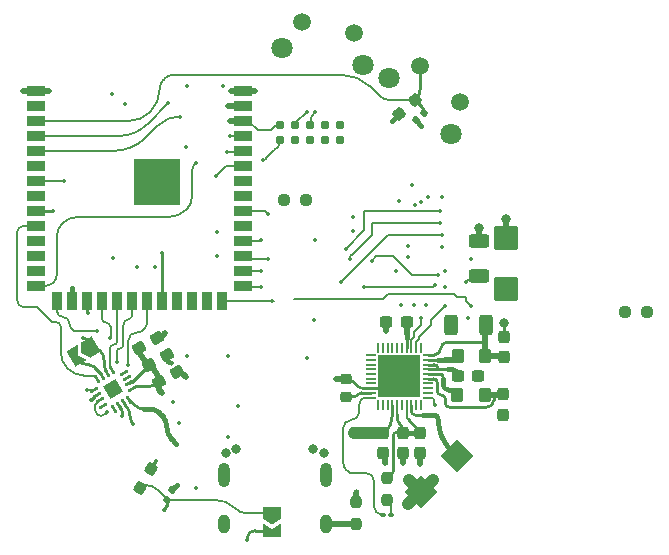
<source format=gbr>
%TF.GenerationSoftware,KiCad,Pcbnew,8.0.5*%
%TF.CreationDate,2025-01-06T18:17:11+01:00*%
%TF.ProjectId,test,74657374-2e6b-4696-9361-645f70636258,rev?*%
%TF.SameCoordinates,Original*%
%TF.FileFunction,Copper,L4,Bot*%
%TF.FilePolarity,Positive*%
%FSLAX46Y46*%
G04 Gerber Fmt 4.6, Leading zero omitted, Abs format (unit mm)*
G04 Created by KiCad (PCBNEW 8.0.5) date 2025-01-06 18:17:11*
%MOMM*%
%LPD*%
G01*
G04 APERTURE LIST*
G04 Aperture macros list*
%AMRoundRect*
0 Rectangle with rounded corners*
0 $1 Rounding radius*
0 $2 $3 $4 $5 $6 $7 $8 $9 X,Y pos of 4 corners*
0 Add a 4 corners polygon primitive as box body*
4,1,4,$2,$3,$4,$5,$6,$7,$8,$9,$2,$3,0*
0 Add four circle primitives for the rounded corners*
1,1,$1+$1,$2,$3*
1,1,$1+$1,$4,$5*
1,1,$1+$1,$6,$7*
1,1,$1+$1,$8,$9*
0 Add four rect primitives between the rounded corners*
20,1,$1+$1,$2,$3,$4,$5,0*
20,1,$1+$1,$4,$5,$6,$7,0*
20,1,$1+$1,$6,$7,$8,$9,0*
20,1,$1+$1,$8,$9,$2,$3,0*%
%AMRotRect*
0 Rectangle, with rotation*
0 The origin of the aperture is its center*
0 $1 length*
0 $2 width*
0 $3 Rotation angle, in degrees counterclockwise*
0 Add horizontal line*
21,1,$1,$2,0,0,$3*%
%AMFreePoly0*
4,1,6,0.500000,-0.750000,-0.650000,-0.750000,-0.150000,0.000000,-0.650000,0.750000,0.500000,0.750000,0.500000,-0.750000,0.500000,-0.750000,$1*%
%AMFreePoly1*
4,1,6,1.000000,0.000000,0.500000,-0.750000,-0.500000,-0.750000,-0.500000,0.750000,0.500000,0.750000,1.000000,0.000000,1.000000,0.000000,$1*%
G04 Aperture macros list end*
%TA.AperFunction,HeatsinkPad*%
%ADD10C,0.600000*%
%TD*%
%TA.AperFunction,SMDPad,CuDef*%
%ADD11R,3.900000X3.900000*%
%TD*%
%TA.AperFunction,SMDPad,CuDef*%
%ADD12R,1.500000X0.900000*%
%TD*%
%TA.AperFunction,SMDPad,CuDef*%
%ADD13R,0.900000X1.500000*%
%TD*%
%TA.AperFunction,ComponentPad*%
%ADD14C,1.803400*%
%TD*%
%TA.AperFunction,ComponentPad*%
%ADD15C,1.498600*%
%TD*%
%TA.AperFunction,SMDPad,CuDef*%
%ADD16RoundRect,0.237500X-0.038849X-0.342632X0.344173X-0.021239X0.038849X0.342632X-0.344173X0.021239X0*%
%TD*%
%TA.AperFunction,SMDPad,CuDef*%
%ADD17RoundRect,0.140000X-0.002028X0.220218X-0.216520X0.040237X0.002028X-0.220218X0.216520X-0.040237X0*%
%TD*%
%TA.AperFunction,ComponentPad*%
%ADD18O,1.000000X2.100000*%
%TD*%
%TA.AperFunction,ComponentPad*%
%ADD19O,1.000000X1.600000*%
%TD*%
%TA.AperFunction,SMDPad,CuDef*%
%ADD20RoundRect,0.250000X0.312500X0.625000X-0.312500X0.625000X-0.312500X-0.625000X0.312500X-0.625000X0*%
%TD*%
%TA.AperFunction,SMDPad,CuDef*%
%ADD21RoundRect,0.100000X-0.130000X-0.100000X0.130000X-0.100000X0.130000X0.100000X-0.130000X0.100000X0*%
%TD*%
%TA.AperFunction,SMDPad,CuDef*%
%ADD22C,0.787400*%
%TD*%
%TA.AperFunction,SMDPad,CuDef*%
%ADD23RoundRect,0.237500X-0.237500X0.300000X-0.237500X-0.300000X0.237500X-0.300000X0.237500X0.300000X0*%
%TD*%
%TA.AperFunction,SMDPad,CuDef*%
%ADD24RoundRect,0.100000X-0.900000X0.900000X-0.900000X-0.900000X0.900000X-0.900000X0.900000X0.900000X0*%
%TD*%
%TA.AperFunction,SMDPad,CuDef*%
%ADD25FreePoly0,270.000000*%
%TD*%
%TA.AperFunction,SMDPad,CuDef*%
%ADD26FreePoly1,270.000000*%
%TD*%
%TA.AperFunction,SMDPad,CuDef*%
%ADD27RoundRect,0.237500X0.237500X-0.250000X0.237500X0.250000X-0.237500X0.250000X-0.237500X-0.250000X0*%
%TD*%
%TA.AperFunction,SMDPad,CuDef*%
%ADD28FreePoly1,210.000000*%
%TD*%
%TA.AperFunction,SMDPad,CuDef*%
%ADD29FreePoly0,210.000000*%
%TD*%
%TA.AperFunction,SMDPad,CuDef*%
%ADD30RoundRect,0.237500X0.237500X-0.300000X0.237500X0.300000X-0.237500X0.300000X-0.237500X-0.300000X0*%
%TD*%
%TA.AperFunction,SMDPad,CuDef*%
%ADD31RoundRect,0.237500X-0.141058X-0.355681X0.378558X-0.055681X0.141058X0.355681X-0.378558X0.055681X0*%
%TD*%
%TA.AperFunction,SMDPad,CuDef*%
%ADD32RoundRect,0.225000X-0.250000X0.225000X-0.250000X-0.225000X0.250000X-0.225000X0.250000X0.225000X0*%
%TD*%
%TA.AperFunction,SMDPad,CuDef*%
%ADD33RoundRect,0.062500X-0.229127X0.271859X0.120873X-0.334359X0.229127X-0.271859X-0.120873X0.334359X0*%
%TD*%
%TA.AperFunction,SMDPad,CuDef*%
%ADD34RoundRect,0.062500X-0.334359X-0.120873X-0.271859X-0.229127X0.334359X0.120873X0.271859X0.229127X0*%
%TD*%
%TA.AperFunction,HeatsinkPad*%
%ADD35RotRect,1.230000X1.230000X300.000000*%
%TD*%
%TA.AperFunction,SMDPad,CuDef*%
%ADD36RoundRect,0.237500X-0.250000X-0.237500X0.250000X-0.237500X0.250000X0.237500X-0.250000X0.237500X0*%
%TD*%
%TA.AperFunction,SMDPad,CuDef*%
%ADD37RoundRect,0.250000X0.625000X-0.312500X0.625000X0.312500X-0.625000X0.312500X-0.625000X-0.312500X0*%
%TD*%
%TA.AperFunction,SMDPad,CuDef*%
%ADD38RoundRect,0.062500X-0.350000X-0.062500X0.350000X-0.062500X0.350000X0.062500X-0.350000X0.062500X0*%
%TD*%
%TA.AperFunction,SMDPad,CuDef*%
%ADD39RoundRect,0.062500X-0.062500X-0.350000X0.062500X-0.350000X0.062500X0.350000X-0.062500X0.350000X0*%
%TD*%
%TA.AperFunction,HeatsinkPad*%
%ADD40R,3.600000X3.600000*%
%TD*%
%TA.AperFunction,SMDPad,CuDef*%
%ADD41RoundRect,0.237500X-0.080681X0.335256X-0.330681X-0.097756X0.080681X-0.335256X0.330681X0.097756X0*%
%TD*%
%TA.AperFunction,SMDPad,CuDef*%
%ADD42RoundRect,0.237500X-0.300000X-0.237500X0.300000X-0.237500X0.300000X0.237500X-0.300000X0.237500X0*%
%TD*%
%TA.AperFunction,SMDPad,CuDef*%
%ADD43RoundRect,0.140000X0.077224X-0.206244X0.217224X0.036244X-0.077224X0.206244X-0.217224X-0.036244X0*%
%TD*%
%TA.AperFunction,SMDPad,CuDef*%
%ADD44RoundRect,0.250000X-0.275000X-0.350000X0.275000X-0.350000X0.275000X0.350000X-0.275000X0.350000X0*%
%TD*%
%TA.AperFunction,SMDPad,CuDef*%
%ADD45RoundRect,0.100000X0.000000X-1.272792X1.272792X0.000000X0.000000X1.272792X-1.272792X0.000000X0*%
%TD*%
%TA.AperFunction,ViaPad*%
%ADD46C,0.350000*%
%TD*%
%TA.AperFunction,ViaPad*%
%ADD47C,0.800000*%
%TD*%
%TA.AperFunction,Conductor*%
%ADD48C,0.250000*%
%TD*%
%TA.AperFunction,Conductor*%
%ADD49C,0.500000*%
%TD*%
%TA.AperFunction,Conductor*%
%ADD50C,0.200000*%
%TD*%
%TA.AperFunction,Conductor*%
%ADD51C,0.400000*%
%TD*%
%TA.AperFunction,Conductor*%
%ADD52C,0.160000*%
%TD*%
%TA.AperFunction,Conductor*%
%ADD53C,1.000000*%
%TD*%
G04 APERTURE END LIST*
D10*
%TO.P,U2,41,GND*%
%TO.N,GND*%
X74077500Y-47647000D03*
X74077500Y-46247000D03*
X74777500Y-48347000D03*
X74777500Y-46947000D03*
X74777500Y-45547000D03*
X75477500Y-47647000D03*
D11*
X75477500Y-46947000D03*
D10*
X75477500Y-46247000D03*
X76177500Y-48347000D03*
X76177500Y-46947000D03*
X76177500Y-45547000D03*
X76877500Y-47647000D03*
X76877500Y-46247000D03*
D12*
%TO.P,U2,40,GND*%
X65227500Y-39227000D03*
%TO.P,U2,39,IO1*%
%TO.N,SW_L3*%
X65227500Y-40497000D03*
%TO.P,U2,38,IO2*%
%TO.N,SW_L2*%
X65227500Y-41767000D03*
%TO.P,U2,37,TXD0*%
%TO.N,TXD*%
X65227500Y-43037000D03*
%TO.P,U2,36,RXD0*%
%TO.N,RXD*%
X65227500Y-44307000D03*
%TO.P,U2,35,IO42*%
%TO.N,CAM_RESET*%
X65227500Y-45577000D03*
%TO.P,U2,34,IO41*%
%TO.N,CAM_VSYNC*%
X65227500Y-46847000D03*
%TO.P,U2,33,IO40*%
%TO.N,PMIC_IRQ*%
X65227500Y-48117000D03*
%TO.P,U2,32,IO39*%
%TO.N,I2SDAT_MIC*%
X65227500Y-49387000D03*
%TO.P,U2,31,IO38*%
%TO.N,I2SDAT_AMP*%
X65227500Y-50657000D03*
%TO.P,U2,30,IO37*%
%TO.N,unconnected-(U2-IO37-Pad30)*%
X65227500Y-51927000D03*
%TO.P,U2,29,IO36*%
%TO.N,unconnected-(U2-IO36-Pad29)*%
X65227500Y-53197000D03*
%TO.P,U2,28,IO35*%
%TO.N,unconnected-(U2-IO35-Pad28)*%
X65227500Y-54467000D03*
%TO.P,U2,27,IO0*%
%TO.N,GPIO0*%
X65227500Y-55737000D03*
D13*
%TO.P,U2,26,IO45*%
%TO.N,BCLK_MIC*%
X66992500Y-56987000D03*
%TO.P,U2,25,IO48*%
%TO.N,Net-(JP3-A)*%
X68262500Y-56987000D03*
%TO.P,U2,24,IO47*%
%TO.N,SW_L1*%
X69532500Y-56987000D03*
%TO.P,U2,23,IO21*%
%TO.N,WS_MIC*%
X70802500Y-56987000D03*
%TO.P,U2,22,IO14*%
%TO.N,SDMODE_AMP*%
X72072500Y-56987000D03*
%TO.P,U2,21,IO13*%
%TO.N,BCLK_AMP*%
X73342500Y-56987000D03*
%TO.P,U2,20,IO12*%
%TO.N,WS_AMP*%
X74612500Y-56987000D03*
%TO.P,U2,19,IO11*%
%TO.N,LEDCNTRL*%
X75882500Y-56987000D03*
%TO.P,U2,18,IO10*%
%TO.N,CAM_MCLK*%
X77152500Y-56987000D03*
%TO.P,U2,17,IO9*%
%TO.N,CAM_PCLK*%
X78422500Y-56987000D03*
%TO.P,U2,16,IO46*%
%TO.N,GPIO46*%
X79692500Y-56987000D03*
%TO.P,U2,15,IO3*%
%TO.N,CAM_Y7*%
X80962500Y-56987000D03*
D12*
%TO.P,U2,14,IO20*%
%TO.N,CAM_Y6*%
X82727500Y-55737000D03*
%TO.P,U2,13,IO19*%
%TO.N,CAM_Y5*%
X82727500Y-54467000D03*
%TO.P,U2,12,IO8*%
%TO.N,CAM_HREF*%
X82727500Y-53197000D03*
%TO.P,U2,11,IO18*%
%TO.N,CAM_Y3*%
X82727500Y-51927000D03*
%TO.P,U2,10,IO17*%
%TO.N,CAM_Y2*%
X82727500Y-50657000D03*
%TO.P,U2,9,IO16*%
%TO.N,CAM_PWDN*%
X82727500Y-49387000D03*
%TO.P,U2,8,IO15*%
%TO.N,CAM_SDA*%
X82727500Y-48117000D03*
%TO.P,U2,7,IO7*%
%TO.N,CAM_SCL*%
X82727500Y-46847000D03*
%TO.P,U2,6,IO6*%
%TO.N,CAM_Y9*%
X82727500Y-45577000D03*
%TO.P,U2,5,IO5*%
%TO.N,CAM_Y8*%
X82727500Y-44307000D03*
%TO.P,U2,4,IO4*%
%TO.N,CAM_Y4*%
X82727500Y-43037000D03*
%TO.P,U2,3,EN*%
%TO.N,EN*%
X82727500Y-41767000D03*
%TO.P,U2,2,3V3*%
%TO.N,+3V3*%
X82727500Y-40497000D03*
%TO.P,U2,1,GND*%
%TO.N,GND*%
X82727500Y-39227000D03*
%TD*%
D14*
%TO.P,SW2,*%
%TO.N,*%
X100334583Y-42849049D03*
X95125137Y-38158443D03*
D15*
%TO.P,SW2,1,1*%
%TO.N,GND*%
X101068272Y-40158637D03*
%TO.P,SW2,2,2*%
%TO.N,SW_L2*%
X97724119Y-37147548D03*
%TD*%
D16*
%TO.P,R14,1*%
%TO.N,+3V3*%
X95925984Y-41183544D03*
%TO.P,R14,2*%
%TO.N,SW_L2*%
X97324016Y-40010456D03*
%TD*%
D17*
%TO.P,C29,1*%
%TO.N,SW_L2*%
X98065201Y-41108462D03*
%TO.P,C29,2*%
%TO.N,GND*%
X97329799Y-41725538D03*
%TD*%
D18*
%TO.P,P1,*%
%TO.N,*%
X81087500Y-71717000D03*
D19*
X81087500Y-75897000D03*
D18*
X89727500Y-71717000D03*
D19*
%TO.P,P1,S1,SHIELD*%
%TO.N,Net-(P1-SHIELD)*%
X89727500Y-75897000D03*
%TD*%
D14*
%TO.P,SW1,*%
%TO.N,*%
X92863932Y-37014357D03*
X86007116Y-35556897D03*
D15*
%TO.P,SW1,1,1*%
%TO.N,GND*%
X92154119Y-34317548D03*
%TO.P,SW1,2,2*%
%TO.N,SW_L3*%
X87752453Y-33381944D03*
%TD*%
D20*
%TO.P,NC5,1*%
%TO.N,Net-(U5-FB1)*%
X103270000Y-59037000D03*
%TO.P,NC5,2*%
%TO.N,+3V3*%
X100345000Y-59037000D03*
%TD*%
D21*
%TO.P,D1,1,K*%
%TO.N,Net-(D1-K)*%
X94577500Y-75144500D03*
%TO.P,D1,2,A*%
%TO.N,Net-(D1-A)*%
X95217500Y-75144500D03*
%TD*%
D22*
%TO.P,J2,1,Pin_1*%
%TO.N,GND*%
X90957500Y-43372000D03*
%TO.P,J2,2,Pin_2*%
%TO.N,+3V3*%
X89687500Y-43372000D03*
%TO.P,J2,3,Pin_3*%
%TO.N,VSYS*%
X88417500Y-43372000D03*
%TO.P,J2,4,Pin_4*%
%TO.N,GPIO46*%
X87147500Y-43372000D03*
%TO.P,J2,5,Pin_5*%
%TO.N,GPIO0*%
X85877500Y-43372000D03*
%TO.P,J2,6,Pin_6*%
%TO.N,EN*%
X85877500Y-42102000D03*
%TO.P,J2,7,Pin_7*%
%TO.N,RXD*%
X87147500Y-42102000D03*
%TO.P,J2,8,Pin_8*%
%TO.N,TXD*%
X88417500Y-42102000D03*
%TO.P,J2,9,Pin_9*%
%TO.N,GND*%
X89687500Y-42102000D03*
%TO.P,J2,10,Pin_10*%
X90957500Y-42102000D03*
%TD*%
D23*
%TO.P,C19,1*%
%TO.N,GND*%
X104827500Y-60034500D03*
%TO.P,C19,2*%
%TO.N,Net-(U5-FB1)*%
X104827500Y-61759500D03*
%TD*%
D24*
%TO.P,3v3J1,1,Pin_1*%
%TO.N,GND*%
X104977500Y-51693400D03*
%TO.P,3v3J1,2,Pin_2*%
%TO.N,+3V3*%
X104977500Y-55960600D03*
%TD*%
D25*
%TO.P,JP2,2,B*%
%TO.N,PMIC_PWRON*%
X85217500Y-76452000D03*
D26*
%TO.P,JP2,1,A*%
%TO.N,Net-(JP2-A)*%
X85217500Y-75002000D03*
%TD*%
D27*
%TO.P,R16,1*%
%TO.N,Net-(P1-SHIELD)*%
X92327500Y-75899500D03*
%TO.P,R16,2*%
%TO.N,GND*%
X92327500Y-74074500D03*
%TD*%
D28*
%TO.P,JP4,1,A*%
%TO.N,GND*%
X69863238Y-60911999D03*
D29*
%TO.P,JP4,2,B*%
%TO.N,Net-(JP4-B)*%
X68607500Y-61637001D03*
%TD*%
D30*
%TO.P,C16,1*%
%TO.N,GND*%
X96237500Y-69879500D03*
%TO.P,C16,2*%
%TO.N,VSYS*%
X96237500Y-68154500D03*
%TD*%
D27*
%TO.P,R11,1*%
%TO.N,Net-(D1-A)*%
X94887500Y-73827000D03*
%TO.P,R11,2*%
%TO.N,VSYS*%
X94887500Y-72002000D03*
%TD*%
D31*
%TO.P,C6,1*%
%TO.N,VSYS*%
X73940892Y-61000040D03*
%TO.P,C6,2*%
%TO.N,GND*%
X75434786Y-60137540D03*
%TD*%
%TO.P,C7,1*%
%TO.N,VSYS*%
X75600553Y-63868250D03*
%TO.P,C7,2*%
%TO.N,GND*%
X77094447Y-63005750D03*
%TD*%
D32*
%TO.P,C14,1*%
%TO.N,GND*%
X91417500Y-63612000D03*
%TO.P,C14,2*%
%TO.N,Net-(U5-VREF)*%
X91417500Y-65162000D03*
%TD*%
D31*
%TO.P,C8,1*%
%TO.N,VSYS*%
X74787500Y-62437000D03*
%TO.P,C8,2*%
%TO.N,GND*%
X76281394Y-61574500D03*
%TD*%
D33*
%TO.P,U1,1,DIN*%
%TO.N,I2SDAT_AMP*%
X70372699Y-63633620D03*
%TO.P,U1,2,GAIN_SLOT*%
%TO.N,Net-(JP4-B)*%
X70805709Y-63383620D03*
%TO.P,U1,3,GND*%
%TO.N,GND*%
X71238724Y-63133619D03*
%TO.P,U1,4,~{SD_MODE}*%
%TO.N,SDMODE_AMP*%
X71671737Y-62883621D03*
D34*
%TO.P,U1,5,NC*%
%TO.N,unconnected-(U1-NC-Pad5)*%
X72610879Y-63135264D03*
%TO.P,U1,6,NC*%
%TO.N,unconnected-(U1-NC-Pad6)*%
X72860879Y-63568274D03*
%TO.P,U1,7,VDD*%
%TO.N,VSYS*%
X73110880Y-64001289D03*
%TO.P,U1,8,VDD*%
X73360878Y-64434302D03*
D33*
%TO.P,U1,9,OUTP*%
%TO.N,SPK_P*%
X73109235Y-65373444D03*
%TO.P,U1,10,OUTN*%
%TO.N,SPK_N*%
X72676225Y-65623444D03*
%TO.P,U1,11,GND*%
%TO.N,GND*%
X72243210Y-65873445D03*
%TO.P,U1,12,NC*%
%TO.N,unconnected-(U1-NC-Pad12)*%
X71810197Y-66123443D03*
D34*
%TO.P,U1,13,NC*%
%TO.N,unconnected-(U1-NC-Pad13)*%
X70871055Y-65871800D03*
%TO.P,U1,14,LRCLK*%
%TO.N,WS_AMP*%
X70621055Y-65438790D03*
%TO.P,U1,15,GND*%
%TO.N,GND*%
X70371054Y-65005775D03*
%TO.P,U1,16,BCLK*%
%TO.N,BCLK_AMP*%
X70121056Y-64572762D03*
D35*
%TO.P,U1,17,PAD*%
%TO.N,unconnected-(U1-PAD-Pad17)*%
X71740967Y-64503532D03*
%TD*%
D36*
%TO.P,R9,1*%
%TO.N,CAM_SDA*%
X86207500Y-48437000D03*
%TO.P,R9,2*%
%TO.N,+3V3*%
X88032500Y-48437000D03*
%TD*%
D37*
%TO.P,NC1,1*%
%TO.N,CAM_PWDN*%
X102677500Y-54887000D03*
%TO.P,NC1,2*%
%TO.N,GND*%
X102677500Y-51962000D03*
%TD*%
D30*
%TO.P,C15,1*%
%TO.N,GND*%
X94607500Y-69889500D03*
%TO.P,C15,2*%
%TO.N,VBUS*%
X94607500Y-68164500D03*
%TD*%
D38*
%TO.P,U5,1,CHGLED*%
%TO.N,Net-(D1-K)*%
X93530000Y-65197000D03*
%TO.P,U5,2,VREF*%
%TO.N,Net-(U5-VREF)*%
X93530000Y-64797000D03*
%TO.P,U5,3,GND*%
%TO.N,GND*%
X93530000Y-64397000D03*
%TO.P,U5,4,FB3*%
%TO.N,unconnected-(U5-FB3-Pad4)*%
X93530000Y-63997000D03*
%TO.P,U5,5,LX3*%
%TO.N,unconnected-(U5-LX3-Pad5)*%
X93530000Y-63597000D03*
%TO.P,U5,6,VIN3*%
%TO.N,unconnected-(U5-VIN3-Pad6)*%
X93530000Y-63197000D03*
%TO.P,U5,7,VIN4*%
%TO.N,unconnected-(U5-VIN4-Pad7)*%
X93530000Y-62797000D03*
%TO.P,U5,8,LX4*%
%TO.N,unconnected-(U5-LX4-Pad8)*%
X93530000Y-62397000D03*
%TO.P,U5,9,FB4*%
%TO.N,unconnected-(U5-FB4-Pad9)*%
X93530000Y-61997000D03*
%TO.P,U5,10,CPULDOS*%
%TO.N,unconnected-(U5-CPULDOS-Pad10)*%
X93530000Y-61597000D03*
D39*
%TO.P,U5,11,DLDO2/DC4SW*%
%TO.N,unconnected-(U5-DLDO2{slash}DC4SW-Pad11)*%
X94167500Y-60959500D03*
%TO.P,U5,12,BLDO1*%
%TO.N,unconnected-(U5-BLDO1-Pad12)*%
X94567500Y-60959500D03*
%TO.P,U5,13,BLDOIN*%
%TO.N,unconnected-(U5-BLDOIN-Pad13)*%
X94967500Y-60959500D03*
%TO.P,U5,14,BLDO2*%
%TO.N,unconnected-(U5-BLDO2-Pad14)*%
X95367500Y-60959500D03*
%TO.P,U5,15,ALDO4*%
%TO.N,unconnected-(U5-ALDO4-Pad15)*%
X95767500Y-60959500D03*
%TO.P,U5,16,ALDO3*%
%TO.N,unconnected-(U5-ALDO3-Pad16)*%
X96167500Y-60959500D03*
%TO.P,U5,17,ALDOIN*%
%TO.N,VSYS*%
X96567500Y-60959500D03*
%TO.P,U5,18,ALDO1*%
%TO.N,+1V5*%
X96967500Y-60959500D03*
%TO.P,U5,19,ALDO2*%
%TO.N,+2V8*%
X97367500Y-60959500D03*
%TO.P,U5,20,DLDO1/DC1SW*%
%TO.N,unconnected-(U5-DLDO1{slash}DC1SW-Pad20)*%
X97767500Y-60959500D03*
D38*
%TO.P,U5,21,FB1*%
%TO.N,Net-(U5-FB1)*%
X98405000Y-61597000D03*
%TO.P,U5,22,LX1*%
%TO.N,Net-(U5-LX1)*%
X98405000Y-61997000D03*
%TO.P,U5,23,VIN1*%
%TO.N,VSYS*%
X98405000Y-62397000D03*
%TO.P,U5,24,VIN2*%
X98405000Y-62797000D03*
%TO.P,U5,25,LX2*%
%TO.N,Net-(U5-LX2)*%
X98405000Y-63197000D03*
%TO.P,U5,26,FB2*%
%TO.N,+3V3CAM*%
X98405000Y-63597000D03*
%TO.P,U5,27,VBACKUP*%
%TO.N,unconnected-(U5-VBACKUP-Pad27)*%
X98405000Y-63997000D03*
%TO.P,U5,28,VRTC*%
%TO.N,unconnected-(U5-VRTC-Pad28)*%
X98405000Y-64397000D03*
%TO.P,U5,29,PWROK*%
%TO.N,unconnected-(U5-PWROK-Pad29)*%
X98405000Y-64797000D03*
%TO.P,U5,30,PWRON*%
%TO.N,PMIC_PWRON*%
X98405000Y-65197000D03*
D39*
%TO.P,U5,31,TS*%
%TO.N,unconnected-(U5-TS-Pad31)*%
X97767500Y-65834500D03*
%TO.P,U5,32,GPIO1/FB5/RTC/LDO2*%
%TO.N,unconnected-(U5-GPIO1{slash}FB5{slash}RTC{slash}LDO2-Pad32)*%
X97367500Y-65834500D03*
%TO.P,U5,33,BAT*%
%TO.N,VBAT*%
X96967500Y-65834500D03*
%TO.P,U5,34,VSYS*%
%TO.N,VSYS*%
X96567500Y-65834500D03*
%TO.P,U5,35,SW*%
%TO.N,unconnected-(U5-SW-Pad35)*%
X96167500Y-65834500D03*
%TO.P,U5,36,VMID*%
%TO.N,VSYS*%
X95767500Y-65834500D03*
%TO.P,U5,37,VBUS*%
%TO.N,VBUS*%
X95367500Y-65834500D03*
%TO.P,U5,38,IRQ*%
%TO.N,PMIC_IRQ*%
X94967500Y-65834500D03*
%TO.P,U5,39,SDA*%
%TO.N,CAM_SDA*%
X94567500Y-65834500D03*
%TO.P,U5,40,SCK*%
%TO.N,CAM_SCL*%
X94167500Y-65834500D03*
D40*
%TO.P,U5,41,EP*%
%TO.N,GND*%
X95967500Y-63397000D03*
%TD*%
D41*
%TO.P,R13,1*%
%TO.N,+3V3*%
X74903750Y-71226752D03*
%TO.P,R13,2*%
%TO.N,Net-(JP2-A)*%
X73991250Y-72807248D03*
%TD*%
D42*
%TO.P,C18,1*%
%TO.N,GND*%
X94872500Y-58767000D03*
%TO.P,C18,2*%
%TO.N,VSYS*%
X96597500Y-58767000D03*
%TD*%
D30*
%TO.P,C22,1*%
%TO.N,GND*%
X104757500Y-66639500D03*
%TO.P,C22,2*%
%TO.N,+3V3CAM*%
X104757500Y-64914500D03*
%TD*%
D36*
%TO.P,R8,1*%
%TO.N,CAM_SCL*%
X115105000Y-57907000D03*
%TO.P,R8,2*%
%TO.N,+3V3*%
X116930000Y-57907000D03*
%TD*%
D43*
%TO.P,C28,1*%
%TO.N,Net-(JP2-A)*%
X76247500Y-73842692D03*
%TO.P,C28,2*%
%TO.N,GND*%
X76727500Y-73011308D03*
%TD*%
D44*
%TO.P,L1,1,1*%
%TO.N,Net-(U5-LX1)*%
X100947500Y-61697000D03*
%TO.P,L1,2,2*%
%TO.N,Net-(U5-FB1)*%
X103247500Y-61697000D03*
%TD*%
D30*
%TO.P,C17,1*%
%TO.N,GND*%
X97707500Y-69877000D03*
%TO.P,C17,2*%
%TO.N,VSYS*%
X97707500Y-68152000D03*
%TD*%
D45*
%TO.P,BAT1,1,Pin_1*%
%TO.N,GND*%
X97784738Y-73151604D03*
%TO.P,BAT1,2,Pin_2*%
%TO.N,VBAT*%
X100802104Y-70134238D03*
%TD*%
D44*
%TO.P,L2,1,1*%
%TO.N,Net-(U5-LX2)*%
X100877500Y-64977000D03*
%TO.P,L2,2,2*%
%TO.N,+3V3CAM*%
X103177500Y-64977000D03*
%TD*%
D42*
%TO.P,C20,1*%
%TO.N,VSYS*%
X100925000Y-63337000D03*
%TO.P,C20,2*%
%TO.N,GND*%
X102650000Y-63337000D03*
%TD*%
D46*
%TO.N,LEDCNTRL*%
X75877500Y-52917000D03*
%TO.N,SW_L1*%
X69587500Y-58067000D03*
%TO.N,+3V3*%
X75367500Y-70557000D03*
X82257500Y-65887000D03*
%TO.N,PMIC_PWRON*%
X83097500Y-77227000D03*
%TO.N,Net-(JP2-A)*%
X76067500Y-74707000D03*
%TO.N,GND*%
X81467500Y-68547000D03*
%TO.N,SPK_N*%
X73367500Y-67407000D03*
%TO.N,WS_AMP*%
X71227500Y-66437000D03*
%TO.N,BCLK_AMP*%
X69507500Y-64567000D03*
%TO.N,GND*%
X78767500Y-72817000D03*
X77117500Y-72597000D03*
X75287500Y-54167000D03*
X73737500Y-54167000D03*
X71697500Y-53407000D03*
%TO.N,I2SDAT_MIC*%
X66667500Y-49387000D03*
%TO.N,GPIO0*%
X78707500Y-45337000D03*
X84427500Y-45097000D03*
%TO.N,GND*%
X97797500Y-42187000D03*
%TO.N,+3V3*%
X95317500Y-41787000D03*
X72753583Y-40379524D03*
%TO.N,GND*%
X71627500Y-39507000D03*
%TO.N,RXD*%
X88117500Y-41007000D03*
X77427500Y-41397000D03*
%TO.N,TXD*%
X88817500Y-40997000D03*
X76367500Y-40247000D03*
%TO.N,GND*%
X80497500Y-53177000D03*
X83737500Y-39237000D03*
X97177500Y-57397000D03*
X96117500Y-57397000D03*
D47*
X81257500Y-69897000D03*
D46*
X77857500Y-43957000D03*
X77987500Y-38807000D03*
X72517500Y-66727000D03*
X69137500Y-60127000D03*
X92017500Y-51107000D03*
X97707500Y-70777000D03*
D47*
X102677500Y-50847000D03*
D46*
X90597500Y-63607000D03*
X76837500Y-65537000D03*
X77887500Y-63477000D03*
X80517500Y-51137000D03*
D47*
X82167500Y-69547000D03*
D46*
X81457500Y-61687000D03*
D47*
X104807500Y-58837000D03*
D46*
X88697500Y-58607000D03*
X96667500Y-52387000D03*
X101807500Y-58437000D03*
X92037500Y-49867000D03*
X88147500Y-61807000D03*
D47*
X89577500Y-69867000D03*
D46*
X78007500Y-61657000D03*
X69847500Y-65387000D03*
D47*
X104967500Y-50077000D03*
D46*
X96667500Y-53297000D03*
D47*
X96687500Y-74237000D03*
D46*
X77267500Y-67327000D03*
X97287500Y-48877000D03*
X66307500Y-39227000D03*
X95677500Y-54487000D03*
X94787500Y-70717000D03*
X95947500Y-48577000D03*
X76147500Y-59747000D03*
X98217500Y-57397000D03*
X76667500Y-62287000D03*
D47*
X96747500Y-72137000D03*
X88677500Y-69527000D03*
D46*
X64127500Y-39227000D03*
X81697500Y-39237000D03*
X97067500Y-47197000D03*
X81007497Y-38816997D03*
X94867500Y-59577000D03*
D47*
X98807500Y-72137000D03*
D46*
X96247500Y-70757000D03*
X92337500Y-73217000D03*
%TO.N,EN*%
X81607500Y-41767000D03*
%TO.N,+3V3*%
X81427500Y-40547000D03*
%TO.N,VSYS*%
X75897500Y-64817000D03*
X100117500Y-62787000D03*
%TO.N,+2V8*%
X99807500Y-57437000D03*
D47*
%TO.N,VBUS*%
X92127500Y-68167000D03*
X93297500Y-68157000D03*
D46*
%TO.N,SPK_P*%
X77027500Y-69097000D03*
%TO.N,CAM_PWDN*%
X88807500Y-51837000D03*
X84807500Y-49637000D03*
X101607500Y-55437000D03*
%TO.N,CAM_RESET*%
X93007500Y-55837000D03*
X99007500Y-55637000D03*
%TO.N,PMIC_PWRON*%
X98937500Y-65847000D03*
%TO.N,CAM_SCL*%
X102007500Y-57437000D03*
%TO.N,BCLK_AMP*%
X72047500Y-62217000D03*
%TO.N,WS_AMP*%
X72967500Y-62397000D03*
%TO.N,CAM_Y3*%
X98407500Y-48237000D03*
X84207500Y-51837000D03*
%TO.N,BCLK_MIC*%
X70377500Y-59517000D03*
%TO.N,CAM_Y5*%
X99407500Y-49437000D03*
X91407500Y-52637000D03*
X84207500Y-54437000D03*
%TO.N,CAM_Y6*%
X99407500Y-50437000D03*
X91807500Y-53437000D03*
X84207500Y-55837000D03*
%TO.N,WS_MIC*%
X71487500Y-60127000D03*
%TO.N,CAM_Y4*%
X81607500Y-43037000D03*
X99607500Y-48237000D03*
%TO.N,CAM_Y8*%
X81407500Y-44437000D03*
X97807500Y-48637000D03*
X99607500Y-52437000D03*
%TO.N,CAM_VSYNC*%
X99807500Y-55837000D03*
X67607500Y-46837000D03*
%TO.N,CAM_Y9*%
X102007500Y-53437000D03*
X80407500Y-46437000D03*
%TO.N,CAM_HREF*%
X93607500Y-53637000D03*
X84807500Y-53437000D03*
X99207500Y-54837000D03*
%TO.N,CAM_Y7*%
X85207500Y-57037000D03*
X91007500Y-55437000D03*
X99607500Y-51437000D03*
%TO.N,+1V5*%
X97807500Y-58437000D03*
X99807500Y-54437000D03*
%TO.N,Net-(JP3-A)*%
X68267500Y-55937000D03*
%TD*%
D48*
%TO.N,LEDCNTRL*%
X75882500Y-52929071D02*
X75877500Y-52917000D01*
X75882500Y-56987000D02*
X75882500Y-52929071D01*
%TO.N,SW_L1*%
X69532500Y-57934219D02*
G75*
G03*
X69587505Y-58066995I187800J19D01*
G01*
X69532500Y-56987000D02*
X69532500Y-57934219D01*
D49*
%TO.N,GND*%
X75756960Y-60137540D02*
X76147500Y-59747000D01*
X75434786Y-60137540D02*
X75756960Y-60137540D01*
D48*
%TO.N,+3V3*%
X75049415Y-70875084D02*
X75367500Y-70557000D01*
X74903750Y-71226752D02*
G75*
G02*
X75049436Y-70875105I497350J-48D01*
G01*
%TO.N,PMIC_PWRON*%
X83734129Y-76452000D02*
X85217500Y-76452000D01*
X83097500Y-77227000D02*
X83099741Y-77224759D01*
X83287500Y-76637000D02*
G75*
G02*
X83734129Y-76452012I446600J-446600D01*
G01*
X83099741Y-77010592D02*
G75*
G02*
X83287527Y-76637027I673559J-104608D01*
G01*
X83099741Y-77224759D02*
X83099741Y-77010592D01*
%TO.N,Net-(JP2-A)*%
X76125073Y-74649427D02*
G75*
G03*
X76247471Y-74353863I-295573J295527D01*
G01*
X76067500Y-74707000D02*
X76125073Y-74649427D01*
X76247500Y-74353863D02*
X76247500Y-73842692D01*
%TO.N,SPK_N*%
X73157500Y-66900016D02*
G75*
G03*
X73367504Y-67406996I717000J16D01*
G01*
X72748549Y-65798049D02*
G75*
G02*
X73157482Y-66785344I-987249J-987251D01*
G01*
X73157500Y-66785344D02*
X73157500Y-66817000D01*
X72748549Y-65798048D02*
X72837500Y-65887000D01*
X73157500Y-66817000D02*
X73157500Y-66900016D01*
X72676225Y-65623444D02*
G75*
G03*
X72748582Y-65798015I246875J44D01*
G01*
X72837500Y-65887000D02*
X72748549Y-65798049D01*
D50*
%TO.N,WS_AMP*%
X71084486Y-66580015D02*
X71227500Y-66437000D01*
X70171927Y-66033546D02*
X70177500Y-66047000D01*
X70491637Y-65492397D02*
X70171927Y-65812107D01*
X70681347Y-66747000D02*
G75*
G03*
X71084457Y-66579986I-47J570100D01*
G01*
X70177500Y-66047000D02*
X70177500Y-66158300D01*
X70171927Y-65812107D02*
X70171927Y-66033546D01*
X70367500Y-66617000D02*
G75*
G03*
X70681347Y-66746980I313800J313800D01*
G01*
X70177500Y-66158300D02*
G75*
G03*
X70367500Y-66617000I648700J0D01*
G01*
X70621055Y-65438790D02*
G75*
G03*
X70491662Y-65492422I45J-183010D01*
G01*
%TO.N,BCLK_AMP*%
X69513262Y-64572762D02*
X69507500Y-64567000D01*
X70121056Y-64572762D02*
X69513262Y-64572762D01*
D48*
%TO.N,GND*%
X69858489Y-65387000D02*
X69847500Y-65387000D01*
X70371054Y-65005775D02*
G75*
G03*
X70175341Y-65070184I3546J-340325D01*
G01*
X70175326Y-65070163D02*
X69858489Y-65387000D01*
D51*
X76744688Y-72969811D02*
X77117500Y-72597000D01*
X76727500Y-73011308D02*
G75*
G02*
X76744681Y-72969804I58700J8D01*
G01*
D50*
%TO.N,Net-(JP2-A)*%
X74488271Y-72607248D02*
X73961250Y-72607248D01*
X75545785Y-73045285D02*
G75*
G03*
X74488271Y-72607269I-1057485J-1057515D01*
G01*
X76179836Y-73679335D02*
X75577500Y-73077000D01*
X76247500Y-73842692D02*
G75*
G03*
X76179827Y-73679344I-231000J-8D01*
G01*
X75577500Y-73077000D02*
X75545785Y-73045285D01*
X81997500Y-74537000D02*
G75*
G03*
X80321293Y-73842695I-1676200J-1676200D01*
G01*
X83120109Y-75002000D02*
G75*
G02*
X81997497Y-74537003I-9J1587600D01*
G01*
X85217500Y-75002000D02*
X83120109Y-75002000D01*
X80321293Y-73842692D02*
X76247500Y-73842692D01*
D51*
%TO.N,SPK_P*%
X74917500Y-66177000D02*
X74377858Y-66177000D01*
X75607500Y-66477000D02*
X75583272Y-66452772D01*
X75921017Y-66790517D02*
X75607500Y-66477000D01*
X77027500Y-69093699D02*
X76675936Y-68742135D01*
X76267500Y-67627000D02*
G75*
G03*
X75921025Y-66790510I-1183000J0D01*
G01*
X76675936Y-68742135D02*
G75*
G02*
X76267509Y-67627000I1329864J1119435D01*
G01*
X75583272Y-66452772D02*
G75*
G03*
X74917500Y-66176987I-665772J-665728D01*
G01*
X77027500Y-69097000D02*
X77027500Y-69093699D01*
X75921018Y-66790517D02*
X75921017Y-66790517D01*
D48*
%TO.N,I2SDAT_MIC*%
X65227500Y-49387000D02*
X66667500Y-49387000D01*
D52*
%TO.N,GPIO0*%
X84632353Y-45012147D02*
G75*
G02*
X84427500Y-45097002I-204853J204847D01*
G01*
X84707500Y-44937000D02*
X84632353Y-45012147D01*
X84712206Y-44925639D02*
X84707500Y-44937000D01*
X85369172Y-44268673D02*
X84712206Y-44925639D01*
X85670222Y-43967623D02*
X85369172Y-44268673D01*
X85767066Y-43822689D02*
X85670222Y-43967623D01*
X85875355Y-43465711D02*
X85838790Y-43649533D01*
X85838790Y-43649533D02*
X85767066Y-43822689D01*
X85877500Y-43372000D02*
X85875355Y-43465711D01*
X78407500Y-48184747D02*
X78407500Y-46048919D01*
X77949754Y-49264746D02*
X77967500Y-49247000D01*
X68735317Y-49897000D02*
X76423358Y-49897000D01*
X66977500Y-54684276D02*
X66977500Y-51485111D01*
X66627500Y-55507000D02*
X66642386Y-55493312D01*
X65227500Y-55737000D02*
X66072231Y-55737000D01*
X78407500Y-46048919D02*
G75*
G02*
X78705768Y-45328715I1018600J19D01*
G01*
X77967500Y-49247000D02*
G75*
G03*
X78407548Y-48184747I-1062200J1062300D01*
G01*
X76423358Y-49897000D02*
G75*
G03*
X77949765Y-49264757I42J2158600D01*
G01*
X67407500Y-50447000D02*
G75*
G02*
X68735317Y-49897007I1327800J-1327800D01*
G01*
X66977500Y-51485111D02*
G75*
G02*
X67407497Y-50446997I1468100J11D01*
G01*
X66642386Y-55493312D02*
G75*
G03*
X66977497Y-54684276I-808986J809012D01*
G01*
X66072231Y-55737000D02*
G75*
G03*
X66627491Y-55506991I-31J785300D01*
G01*
D48*
%TO.N,SW_L2*%
X97724119Y-39044522D02*
G75*
G02*
X97324001Y-40010441I-1366019J22D01*
G01*
X97724119Y-37147548D02*
X97724119Y-39044522D01*
X97812890Y-40499331D02*
X97324016Y-40010456D01*
X98065201Y-41108462D02*
G75*
G03*
X97812863Y-40499358I-861401J-38D01*
G01*
D51*
%TO.N,GND*%
X97340449Y-41729950D02*
X97797500Y-42187000D01*
X97329799Y-41725538D02*
X97340449Y-41729950D01*
%TO.N,+3V3*%
X95917400Y-41187099D02*
X95317500Y-41787000D01*
X95925984Y-41183544D02*
X95917400Y-41187099D01*
D52*
%TO.N,SW_L2*%
X95259753Y-40017000D02*
X97317472Y-40017000D01*
X93464276Y-38843777D02*
X94197500Y-39577000D01*
X75995698Y-38268802D02*
X76122144Y-38142356D01*
X74787500Y-41067000D02*
X74871398Y-40983102D01*
X65227500Y-41767000D02*
X73097551Y-41767000D01*
X91154412Y-37887000D02*
G75*
G02*
X93464282Y-38843771I-12J-3266700D01*
G01*
X76738627Y-37887000D02*
X91154412Y-37887000D01*
X76122144Y-38142356D02*
G75*
G02*
X76738627Y-37887008I616456J-616444D01*
G01*
X97317472Y-40017000D02*
X97324016Y-40010456D01*
X75677500Y-39037000D02*
G75*
G02*
X75995697Y-38268801I1086400J0D01*
G01*
X94197500Y-39577000D02*
G75*
G03*
X95259753Y-40017048I1062300J1062200D01*
G01*
X74871398Y-40983102D02*
G75*
G03*
X75677501Y-39037000I-1946098J1946102D01*
G01*
X73097551Y-41767000D02*
G75*
G03*
X74787514Y-41067014I49J2389900D01*
G01*
%TO.N,RXD*%
X87235888Y-41888612D02*
G75*
G03*
X87147507Y-42102000I213412J-213388D01*
G01*
X88117500Y-41007000D02*
X87235888Y-41888612D01*
%TO.N,TXD*%
X88817500Y-40997000D02*
G75*
G03*
X88417494Y-41962685I965700J-965700D01*
G01*
X88417500Y-41962685D02*
X88417500Y-42102000D01*
%TO.N,RXD*%
X77331089Y-41397000D02*
X77427500Y-41397000D01*
X75532500Y-42142000D02*
G75*
G02*
X77331089Y-41396995I1798600J-1798600D01*
G01*
X74512500Y-43162000D02*
X75532500Y-42142000D01*
X65227500Y-44307000D02*
X71748226Y-44307000D01*
X71748226Y-44307000D02*
G75*
G03*
X74512493Y-43161993I-26J3909300D01*
G01*
%TO.N,TXD*%
X74593308Y-42061193D02*
X74662500Y-41992000D01*
X74662500Y-41992000D02*
X76367500Y-40287000D01*
X72237500Y-43037000D02*
G75*
G03*
X74593304Y-42061189I0J3331600D01*
G01*
X65227500Y-43037000D02*
X72237500Y-43037000D01*
X76367500Y-40287000D02*
X76367500Y-40247000D01*
%TO.N,EN*%
X83967500Y-42577000D02*
X83157500Y-41767000D01*
X85067500Y-42577000D02*
X83967500Y-42577000D01*
X85542500Y-42102000D02*
X85067500Y-42577000D01*
X83157500Y-41767000D02*
X82727500Y-41767000D01*
X85877500Y-42102000D02*
X85542500Y-42102000D01*
D49*
%TO.N,GND*%
X94872500Y-59572000D02*
X94867500Y-59577000D01*
D53*
X97784738Y-73151604D02*
X97798664Y-73145835D01*
D49*
X96237500Y-69879500D02*
X96237500Y-70732858D01*
D48*
X70957500Y-62534036D02*
X70957500Y-62006261D01*
D49*
X77643799Y-63233299D02*
X77887500Y-63477000D01*
D48*
X93530000Y-64397000D02*
X92789632Y-64397000D01*
D49*
X83727500Y-39227000D02*
X83737500Y-39237000D01*
D53*
X96707716Y-74228626D02*
X96687500Y-74237000D01*
D49*
X94872500Y-58767000D02*
X94872500Y-59572000D01*
D48*
X93530000Y-64397000D02*
X95967500Y-64397000D01*
X72517500Y-66535639D02*
X72517500Y-66727000D01*
D49*
X92327500Y-74074500D02*
X92327500Y-73241142D01*
X91417500Y-63612000D02*
X90609571Y-63612000D01*
D48*
X70138238Y-60637000D02*
X69863238Y-60912000D01*
D53*
X97746100Y-73135599D02*
X96747500Y-72137000D01*
D49*
X82727500Y-39227000D02*
X81707500Y-39227000D01*
X97707500Y-69877000D02*
X97707500Y-70777000D01*
D48*
X95967500Y-64397000D02*
X95967500Y-63397000D01*
D53*
X97784738Y-73151604D02*
X96707716Y-74228626D01*
D49*
X97784738Y-73151604D02*
X97764523Y-73159978D01*
X94777500Y-69877000D02*
X94777500Y-70692858D01*
X65227500Y-39227000D02*
X66307500Y-39227000D01*
D48*
X70959362Y-62535898D02*
X70957500Y-62534036D01*
D49*
X81707500Y-39227000D02*
X81697500Y-39237000D01*
X104977500Y-51693400D02*
X104977500Y-50101142D01*
D48*
X104827500Y-58857000D02*
X104807500Y-58837000D01*
D49*
X102677500Y-51962000D02*
X102677500Y-50847000D01*
D48*
X92427500Y-64247000D02*
X92057665Y-63877165D01*
D53*
X97798664Y-73145835D02*
X98807500Y-72137000D01*
D49*
X65227500Y-39227000D02*
X64127500Y-39227000D01*
X82727500Y-39227000D02*
X83727500Y-39227000D01*
D48*
X69863238Y-60911999D02*
X69863238Y-60852738D01*
X104827500Y-60034500D02*
X104827500Y-58857000D01*
D51*
X76281394Y-61574500D02*
X76281394Y-61900894D01*
D49*
X90609571Y-63612000D02*
X90597500Y-63607000D01*
D48*
X70957500Y-62006261D02*
G75*
G03*
X69863238Y-60912000I-1094300J-39D01*
G01*
D49*
X77094447Y-63005750D02*
G75*
G02*
X77643786Y-63233312I-47J-776950D01*
G01*
X94777500Y-70692858D02*
G75*
G03*
X94787488Y-70717012I34100J-42D01*
G01*
X92327500Y-73241142D02*
G75*
G02*
X92337488Y-73216988I34100J42D01*
G01*
D48*
X71199553Y-63039053D02*
G75*
G02*
X70959392Y-62535895I599947J595253D01*
G01*
X69863238Y-60852738D02*
G75*
G03*
X69137500Y-60126962I-725738J38D01*
G01*
X72243210Y-65873445D02*
G75*
G02*
X72517467Y-66535639I-662210J-662155D01*
G01*
D53*
X97784738Y-73151604D02*
G75*
G02*
X97746089Y-73135610I-38J54604D01*
G01*
D49*
X104977500Y-50101142D02*
G75*
G03*
X104967512Y-50076988I-34100J42D01*
G01*
D51*
X76281394Y-61900894D02*
G75*
G03*
X76667500Y-62287006I386106J-6D01*
G01*
D48*
X92057665Y-63877165D02*
G75*
G03*
X91417500Y-63611991I-640165J-640135D01*
G01*
X92789632Y-64397000D02*
G75*
G02*
X92427491Y-64247009I-32J512100D01*
G01*
%TO.N,VBAT*%
X96967500Y-65834500D02*
X96967500Y-66349721D01*
D51*
X100330023Y-69662156D02*
X100802104Y-70134238D01*
X99267500Y-67052563D02*
X99267500Y-67097000D01*
X97927500Y-66697000D02*
X98940221Y-66697000D01*
D48*
X97371347Y-66697000D02*
X97927500Y-66697000D01*
X96967500Y-66349721D02*
G75*
G03*
X97057506Y-66566994I307300J21D01*
G01*
D51*
X99157500Y-66787000D02*
G75*
G02*
X99267515Y-67052563I-265600J-265600D01*
G01*
X98940221Y-66697000D02*
G75*
G02*
X99157494Y-66787006I-21J-307300D01*
G01*
X99267500Y-67097000D02*
G75*
G03*
X100330018Y-69662161I3627700J0D01*
G01*
D48*
X97057500Y-66567000D02*
G75*
G03*
X97371347Y-66696980I313800J313800D01*
G01*
D49*
%TO.N,EN*%
X82727500Y-41767000D02*
X81607500Y-41767000D01*
%TO.N,+3V3*%
X81477500Y-40497000D02*
X81427500Y-40547000D01*
X82727500Y-40497000D02*
X81477500Y-40497000D01*
D50*
%TO.N,VSYS*%
X95767500Y-65834500D02*
X95767500Y-66547000D01*
D48*
X100107500Y-62797000D02*
X100117500Y-62787000D01*
X96210000Y-68127000D02*
X95737500Y-68127000D01*
X74780428Y-62454072D02*
X74787500Y-62437000D01*
X96657500Y-67017000D02*
X97647396Y-68006896D01*
D49*
X96567500Y-59817000D02*
X96567500Y-58797000D01*
D48*
X98405000Y-62797000D02*
X100107500Y-62797000D01*
D52*
X96567500Y-65834500D02*
X96567500Y-66657000D01*
D48*
X73930532Y-64233968D02*
X74834013Y-64233968D01*
D51*
X100925000Y-63334500D02*
X100925000Y-63337000D01*
D48*
X96237500Y-68154500D02*
X96237500Y-68106116D01*
D51*
X100128561Y-62798061D02*
X100447942Y-62798061D01*
D49*
X75163422Y-62812921D02*
X74787500Y-62437000D01*
D48*
X95447500Y-68417000D02*
X95447500Y-71441999D01*
D52*
X96567500Y-66657000D02*
X96567500Y-66799721D01*
D49*
X74358334Y-62007834D02*
X74787500Y-62437000D01*
D51*
X96237500Y-68154500D02*
X97701465Y-68154500D01*
X96567500Y-60187000D02*
X96567500Y-59817000D01*
D48*
X73925458Y-64239042D02*
X73930532Y-64233968D01*
D49*
X75600553Y-63868250D02*
X75600553Y-64520053D01*
D51*
X97701465Y-68154500D02*
X97707500Y-68152000D01*
D48*
X73722830Y-64239042D02*
X73925458Y-64239042D01*
X73319699Y-63914801D02*
X74780428Y-62454072D01*
X96567500Y-60959500D02*
X96567500Y-60187000D01*
D49*
X75600553Y-64520053D02*
X75897500Y-64817000D01*
D48*
X96237500Y-68154500D02*
X96180000Y-68154500D01*
D51*
X100117500Y-62787000D02*
X100128561Y-62798061D01*
D48*
X73410931Y-64413570D02*
X73447500Y-64377000D01*
X95767500Y-66971437D02*
X95767500Y-66547000D01*
X98405000Y-62397000D02*
X98897500Y-62397000D01*
X73447500Y-64377000D02*
G75*
G02*
X73722830Y-64239045I349900J-354600D01*
G01*
X74834013Y-64233968D02*
G75*
G03*
X75600551Y-63868248I-139213J1277968D01*
G01*
X95737500Y-68127000D02*
G75*
G03*
X95447500Y-68417000I0J-290000D01*
G01*
D51*
X100447942Y-62798061D02*
G75*
G02*
X100925052Y-63334500I-65042J-538239D01*
G01*
D48*
X96237500Y-68154500D02*
G75*
G03*
X96210000Y-68127000I-27500J0D01*
G01*
X97647396Y-68006896D02*
G75*
G02*
X97707502Y-68152000I-145096J-145104D01*
G01*
X98897500Y-62397000D02*
G75*
G02*
X99247500Y-62747000I0J-350000D01*
G01*
X96237500Y-68106116D02*
G75*
G03*
X95877505Y-67236995I-1229100J16D01*
G01*
X73110880Y-64001289D02*
G75*
G03*
X73319700Y-63914802I20J295289D01*
G01*
X95877500Y-67237000D02*
G75*
G02*
X95767485Y-66971437I265600J265600D01*
G01*
D49*
X73940892Y-61000040D02*
G75*
G03*
X74358360Y-62007808I1425208J40D01*
G01*
D48*
X95447500Y-71441999D02*
G75*
G02*
X94887500Y-72002000I-560000J-1D01*
G01*
D49*
X96567500Y-58797000D02*
G75*
G02*
X96597500Y-58767000I30000J0D01*
G01*
D52*
X96567500Y-66799721D02*
G75*
G03*
X96657506Y-67016994I307300J21D01*
G01*
D49*
X75600553Y-63868250D02*
G75*
G03*
X75163395Y-62812948I-1492453J-50D01*
G01*
D48*
X73360878Y-64434302D02*
G75*
G03*
X73410945Y-64413584I22J70802D01*
G01*
D52*
%TO.N,+2V8*%
X97607500Y-60242880D02*
X97607500Y-60037000D01*
X98607500Y-58637000D02*
X99807500Y-57437000D01*
X98607500Y-59037000D02*
X98607500Y-58637000D01*
X97607500Y-60037000D02*
X98607500Y-59037000D01*
X97367500Y-60959500D02*
X97367500Y-60482880D01*
X97367500Y-60482880D02*
X97607500Y-60242880D01*
D48*
%TO.N,Net-(U5-VREF)*%
X93530000Y-64797000D02*
X92783063Y-64797000D01*
X91901876Y-65162000D02*
X91417500Y-65162000D01*
X92517500Y-64907000D02*
G75*
G02*
X91901876Y-65161990I-615600J615600D01*
G01*
X92783063Y-64797000D02*
G75*
G03*
X92517511Y-64907011I37J-375600D01*
G01*
D53*
%TO.N,VBUS*%
X93297500Y-68157000D02*
X92151642Y-68157000D01*
X94600000Y-68157000D02*
X93297500Y-68157000D01*
D48*
X95367500Y-65834500D02*
X95367500Y-66722614D01*
X95367500Y-66722614D02*
G75*
G02*
X94777496Y-68146996I-2014400J14D01*
G01*
D53*
X92151642Y-68157000D02*
G75*
G03*
X92127488Y-68166988I-42J-34100D01*
G01*
D48*
%TO.N,Net-(JP4-B)*%
X70729051Y-63198551D02*
X70135490Y-62604990D01*
X68585758Y-61963070D02*
X68560938Y-61938250D01*
X69657500Y-62407000D02*
G75*
G02*
X68585752Y-61963076I0J1515700D01*
G01*
X70805709Y-63383620D02*
G75*
G03*
X70729057Y-63198545I-261709J20D01*
G01*
X70135490Y-62604990D02*
G75*
G03*
X69657500Y-62407006I-477990J-478010D01*
G01*
D52*
%TO.N,Net-(D1-K)*%
X93097500Y-65197000D02*
X93530000Y-65197000D01*
X91197500Y-70677000D02*
X91197500Y-67767000D01*
X92577500Y-66387000D02*
X92577500Y-65717000D01*
X93227500Y-71617000D02*
X92137500Y-71617000D01*
X93787500Y-74354500D02*
X93787500Y-72177000D01*
X92137500Y-71617000D02*
G75*
G02*
X91197500Y-70677000I0J940000D01*
G01*
X92577500Y-65717000D02*
G75*
G02*
X93097500Y-65197000I520000J0D01*
G01*
X91867500Y-67097000D02*
G75*
G03*
X92577500Y-66387000I0J710000D01*
G01*
X93787500Y-72177000D02*
G75*
G03*
X93227500Y-71617000I-560000J0D01*
G01*
X91197500Y-67767000D02*
G75*
G02*
X91867500Y-67097000I670000J0D01*
G01*
X94577500Y-75144500D02*
G75*
G02*
X93787500Y-74354500I0J790000D01*
G01*
D50*
%TO.N,Net-(D1-A)*%
X95217500Y-75144500D02*
X95217500Y-74157000D01*
X95217500Y-74157000D02*
G75*
G03*
X94887500Y-73827000I-330000J0D01*
G01*
D48*
%TO.N,+3V3CAM*%
X99837500Y-65277000D02*
X99837500Y-65637000D01*
X98405000Y-63597000D02*
X98877500Y-63597000D01*
D49*
X103177500Y-64977000D02*
X104695000Y-64977000D01*
D48*
X99157500Y-63877000D02*
X99157500Y-64597000D01*
X103987500Y-65367000D02*
X103987500Y-64957000D01*
X100217500Y-66017000D02*
X103337500Y-66017000D01*
X99157500Y-64597000D02*
G75*
G03*
X99557500Y-64997000I400000J0D01*
G01*
X98877500Y-63597000D02*
G75*
G02*
X99157500Y-63877000I0J-280000D01*
G01*
X99837500Y-65637000D02*
G75*
G03*
X100217500Y-66017000I380000J0D01*
G01*
X99557500Y-64997000D02*
G75*
G02*
X99837500Y-65277000I0J-280000D01*
G01*
D49*
X104695000Y-64977000D02*
G75*
G03*
X104757500Y-64914500I0J62500D01*
G01*
D48*
X103337500Y-66017000D02*
G75*
G03*
X103987500Y-65367000I0J650000D01*
G01*
%TO.N,Net-(U5-FB1)*%
X99937500Y-60527000D02*
X103237500Y-60527000D01*
X98405000Y-61597000D02*
X98867500Y-61597000D01*
D49*
X103247500Y-61697000D02*
X103247500Y-59059500D01*
X103247500Y-61697000D02*
X104765000Y-61697000D01*
D48*
X99497500Y-60967000D02*
G75*
G02*
X99937500Y-60527000I440000J0D01*
G01*
D49*
X103247500Y-59059500D02*
G75*
G02*
X103270000Y-59037000I22500J0D01*
G01*
D48*
X98867500Y-61597000D02*
G75*
G03*
X99497500Y-60967000I0J630000D01*
G01*
D49*
X104765000Y-61697000D02*
G75*
G02*
X104827500Y-61759500I0J-62500D01*
G01*
D48*
%TO.N,SPK_P*%
X73583935Y-65848145D02*
X73109235Y-65373444D01*
X74377858Y-66177000D02*
G75*
G02*
X73583951Y-65848129I42J1122800D01*
G01*
D51*
%TO.N,Net-(U5-LX1)*%
X99227500Y-61997000D02*
X99827500Y-61997000D01*
D48*
X98405000Y-61997000D02*
X99227500Y-61997000D01*
D49*
X100647500Y-61997000D02*
X99827500Y-61997000D01*
X100947500Y-61697000D02*
G75*
G02*
X100647500Y-61997000I-300000J0D01*
G01*
D48*
%TO.N,Net-(U5-LX2)*%
X98405000Y-63197000D02*
X98907500Y-63197000D01*
X99667500Y-63437000D02*
X99667500Y-63617000D01*
D51*
X100137500Y-64557000D02*
X100457500Y-64557000D01*
D48*
X99107500Y-63197000D02*
X99427500Y-63197000D01*
X98907500Y-63197000D02*
X99107500Y-63197000D01*
D51*
X99667500Y-63617000D02*
X99667500Y-64087000D01*
X99667500Y-64087000D02*
G75*
G03*
X100137500Y-64557000I470000J0D01*
G01*
D48*
X99427500Y-63197000D02*
G75*
G02*
X99667500Y-63437000I0J-240000D01*
G01*
D51*
X100457500Y-64557000D02*
G75*
G02*
X100877500Y-64977000I0J-420000D01*
G01*
D52*
%TO.N,CAM_PWDN*%
X102157500Y-54887000D02*
X101607500Y-55437000D01*
X102677500Y-54887000D02*
X102057500Y-54887000D01*
X102677500Y-54887000D02*
X102157500Y-54887000D01*
X84557500Y-49387000D02*
X84807500Y-49637000D01*
X82727500Y-49387000D02*
X84557500Y-49387000D01*
%TO.N,CAM_RESET*%
X98807500Y-55837000D02*
X99007500Y-55637000D01*
X93007500Y-55837000D02*
X98807500Y-55837000D01*
D50*
%TO.N,PMIC_PWRON*%
X98405000Y-65197000D02*
X98777500Y-65197000D01*
X98927500Y-65347000D02*
X98927500Y-65837000D01*
X98927500Y-65837000D02*
G75*
G03*
X98937500Y-65847000I10000J0D01*
G01*
X98777500Y-65197000D02*
G75*
G02*
X98927500Y-65347000I0J-150000D01*
G01*
D49*
%TO.N,Net-(P1-SHIELD)*%
X92327500Y-75899500D02*
X89733535Y-75899500D01*
X89733535Y-75899500D02*
X89727500Y-75897000D01*
D48*
%TO.N,I2SDAT_MIC*%
X65187500Y-49427000D02*
G75*
G03*
X65227500Y-49387000I0J40000D01*
G01*
D52*
%TO.N,CAM_SDA*%
X85887500Y-48117000D02*
X86207500Y-48437000D01*
%TO.N,CAM_SCL*%
X87007500Y-56837000D02*
X94607500Y-56837000D01*
X100607500Y-56437000D02*
X100807500Y-56637000D01*
X95007500Y-56437000D02*
X99207500Y-56437000D01*
X99207500Y-56437000D02*
X100607500Y-56437000D01*
X101607500Y-57037000D02*
X101607500Y-56637000D01*
X102007500Y-57437000D02*
X101607500Y-57037000D01*
X94607500Y-56837000D02*
X95007500Y-56437000D01*
X101607500Y-56637000D02*
X100807500Y-56637000D01*
D50*
%TO.N,SDMODE_AMP*%
X71671737Y-62883621D02*
X71438294Y-62650178D01*
X72072500Y-56987000D02*
X72072500Y-60442000D01*
X71438294Y-62650178D02*
X71438294Y-61076206D01*
X71438294Y-61076206D02*
G75*
G02*
X71807500Y-60706994I369206J6D01*
G01*
X72072500Y-60442000D02*
G75*
G02*
X71807500Y-60707000I-265000J0D01*
G01*
%TO.N,BCLK_AMP*%
X73342500Y-58312000D02*
X73342500Y-56987000D01*
X72047500Y-62217000D02*
X72047500Y-61297000D01*
X72587500Y-60757000D02*
X72587500Y-59067000D01*
X72317500Y-61027000D02*
G75*
G03*
X72587500Y-60757000I0J270000D01*
G01*
X72587500Y-59067000D02*
G75*
G02*
X73127500Y-58527000I540000J0D01*
G01*
X73127500Y-58527000D02*
G75*
G03*
X73342500Y-58312000I0J215000D01*
G01*
X72047500Y-61297000D02*
G75*
G02*
X72317500Y-61027000I270000J0D01*
G01*
%TO.N,I2SDAT_AMP*%
X63597500Y-51207000D02*
X63597500Y-56967000D01*
X67287500Y-59177000D02*
X67287500Y-61317000D01*
X66527500Y-58807000D02*
X66917500Y-58807000D01*
X64103434Y-57535601D02*
X65256101Y-57535601D01*
X65227500Y-50657000D02*
X64147500Y-50657000D01*
X69297500Y-63327000D02*
X70066079Y-63327000D01*
X65256101Y-57535601D02*
X66527500Y-58807000D01*
X66917500Y-58807000D02*
G75*
G02*
X67287500Y-59177000I0J-370000D01*
G01*
X64147500Y-50657000D02*
G75*
G03*
X63597500Y-51207000I0J-550000D01*
G01*
X70066079Y-63327000D02*
G75*
G02*
X70372700Y-63633620I21J-306600D01*
G01*
X67287500Y-61317000D02*
G75*
G03*
X69297500Y-63327000I2010000J0D01*
G01*
X63597500Y-56967000D02*
G75*
G03*
X64103444Y-57535520I574300J1700D01*
G01*
%TO.N,WS_AMP*%
X73700653Y-59687000D02*
X73677500Y-59687000D01*
X74612500Y-56987000D02*
X74612500Y-58775153D01*
X73027500Y-60337000D02*
X73027500Y-62337000D01*
X74612500Y-58775153D02*
G75*
G02*
X73700653Y-59687000I-911800J-47D01*
G01*
X73677500Y-59687000D02*
G75*
G03*
X73027500Y-60337000I0J-650000D01*
G01*
X73027500Y-62337000D02*
G75*
G02*
X72967500Y-62397000I-60000J0D01*
G01*
D52*
%TO.N,CAM_Y3*%
X84117500Y-51927000D02*
X84207500Y-51837000D01*
X82727500Y-51927000D02*
X84117500Y-51927000D01*
D50*
%TO.N,BCLK_MIC*%
X68057500Y-59067000D02*
X68057500Y-58987000D01*
X66992500Y-57922000D02*
X66992500Y-56987000D01*
X70376110Y-59515610D02*
X68448439Y-59515610D01*
X70377500Y-59517000D02*
X70376110Y-59515610D01*
X67407500Y-58337000D02*
G75*
G02*
X66992500Y-57922000I0J415000D01*
G01*
X68057500Y-58987000D02*
G75*
G03*
X67407500Y-58337000I-650000J0D01*
G01*
X68448439Y-59515610D02*
G75*
G02*
X68057462Y-59067000I64061J450510D01*
G01*
D52*
%TO.N,CAM_Y5*%
X93007500Y-49437000D02*
X93007500Y-51037000D01*
X99407500Y-49437000D02*
X93007500Y-49437000D01*
X82727500Y-54467000D02*
X84177500Y-54467000D01*
X93007500Y-51037000D02*
X91407500Y-52637000D01*
%TO.N,CAM_Y6*%
X93607500Y-50437000D02*
X93607500Y-51437000D01*
X92007500Y-53037000D02*
X91807500Y-53237000D01*
X82727500Y-55737000D02*
X82827500Y-55837000D01*
X93607500Y-51437000D02*
X92007500Y-53037000D01*
X99407500Y-50437000D02*
X93607500Y-50437000D01*
X82827500Y-55837000D02*
X84207500Y-55837000D01*
X91807500Y-53237000D02*
X91807500Y-53437000D01*
D50*
%TO.N,WS_MIC*%
X71516281Y-60098219D02*
X71516281Y-59193183D01*
X70802500Y-58532000D02*
X70802500Y-56987000D01*
X71487500Y-60127000D02*
X71516281Y-60098219D01*
X71516281Y-59193183D02*
G75*
G03*
X71107500Y-58836974I-410581J-58517D01*
G01*
X71107500Y-58837000D02*
G75*
G02*
X70802500Y-58532000I0J305000D01*
G01*
D52*
%TO.N,CAM_Y4*%
X82727500Y-43037000D02*
X81607500Y-43037000D01*
%TO.N,CAM_Y8*%
X82597500Y-44437000D02*
X81407500Y-44437000D01*
%TO.N,CAM_VSYNC*%
X67597500Y-46847000D02*
X67607500Y-46837000D01*
X65227500Y-46847000D02*
X67597500Y-46847000D01*
%TO.N,CAM_Y9*%
X81267500Y-45577000D02*
X80407500Y-46437000D01*
X82727500Y-45577000D02*
X81267500Y-45577000D01*
%TO.N,CAM_HREF*%
X94007500Y-53237000D02*
X93607500Y-53637000D01*
X99207500Y-54837000D02*
X97007500Y-54837000D01*
X95407500Y-53237000D02*
X94007500Y-53237000D01*
X82967500Y-53437000D02*
X84807500Y-53437000D01*
X97007500Y-54837000D02*
X95407500Y-53237000D01*
X82727500Y-53197000D02*
X82967500Y-53437000D01*
%TO.N,CAM_Y7*%
X95007500Y-51437000D02*
X91107500Y-55337000D01*
X99607500Y-51437000D02*
X95007500Y-51437000D01*
X80962500Y-56987000D02*
X85357500Y-56987000D01*
%TO.N,+1V5*%
X96967500Y-60277000D02*
X97207500Y-60037000D01*
X96967500Y-60959500D02*
X96967500Y-60277000D01*
X97207500Y-59637000D02*
X97807500Y-59037000D01*
X97207500Y-60037000D02*
X97207500Y-59637000D01*
X97807500Y-59037000D02*
X97807500Y-58437000D01*
D51*
%TO.N,Net-(JP3-A)*%
X68262500Y-55942000D02*
X68267500Y-55937000D01*
X68262500Y-56987000D02*
X68262500Y-55942000D01*
%TD*%
M02*

</source>
